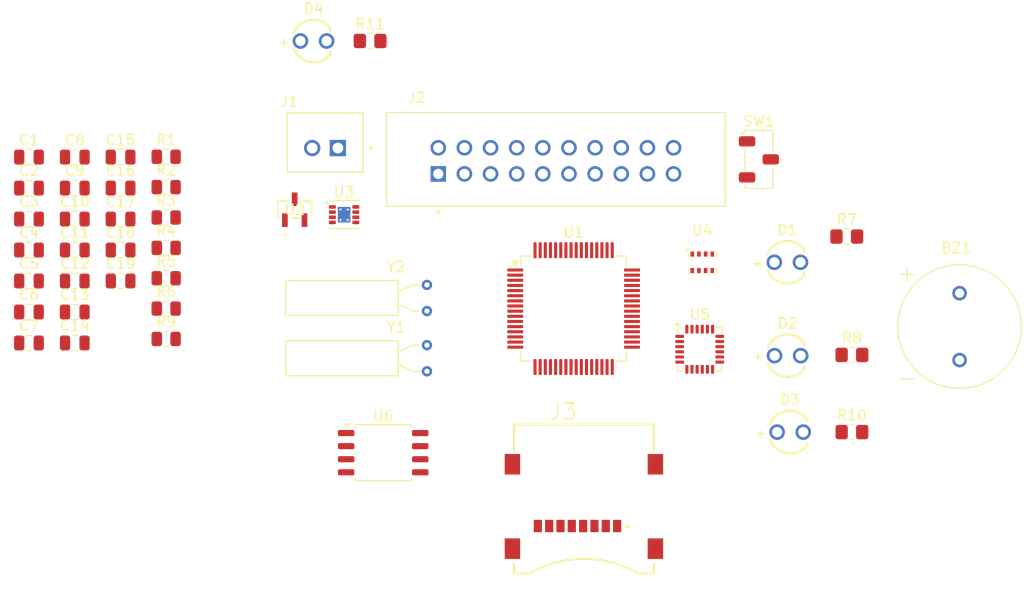
<source format=kicad_pcb>
(kicad_pcb (version 20240108) (generator "pcbnew") (generator_version "8.0")
  (layers (0 "F.Cu" signal) (31 "B.Cu" signal) (34 "B.Paste" user) (35 "F.Paste" user) (36 "B.SilkS" user "B.Silkscreen") (37 "F.SilkS" user "F.Silkscreen") (38 "B.Mask" user) (39 "F.Mask" user) (44 "Edge.Cuts" user))
  (net 0 "")
  (net 1 "Net-(U1-PH0)")
  (net 2 "GND")
  (net 3 "Net-(U1-PH1)")
  (net 4 "Net-(U1-PC14)")
  (net 5 "Net-(U1-PC15)")
  (net 6 "+3V3")
  (net 7 "Net-(U1-VCAP1)")
  (net 8 "VBUS")
  (net 9 "Net-(U3-CC)")
  (net 10 "Net-(U5-CPOUT)")
  (net 11 "Net-(U5-REGOUT)")
  (net 12 "JTDO_SWO")
  (net 13 "JTDI")
  (net 14 "Net-(J2-Pad19)")
  (net 15 "NRST")
  (net 16 "JTCK_SWCLK")
  (net 17 "Net-(J2-Pad17)")
  (net 18 "JTMS_SWDIO")
  (net 19 "Net-(J2-Pad11)")
  (net 20 "JTRST")
  (net 25 "SP1_SCK")
  (net 26 "SP1_MISO")
  (net 29 "CS_SD")
  (net 30 "SP1_MOSI")
  (net 31 "Net-(SW1-B)")
  (net 32 "Net-(U1-BOOT0)")
  (net 33 "+3.3V")
  (net 34 "PB7")
  (net 35 "PB6")
  (net 36 "Net-(U3-~{FAULT})")
  (net 38 "CS_FLASH")
  (net 41 "LED3")
  (net 43 "Net-(D1-A)")
  (net 48 "LED2")
  (net 51 "Net-(D2-A)")
  (net 60 "LED1")
  (net 66 "Net-(D3-A)")
  (net 81 "VDD")
  (net 101 "Net-(D4-A)")
  (net 102 "BUZZ")
  (footprint "Capacitor_SMD:C_0805_2012Metric" (layer "F.Cu") (at 178.0325 64.3)
    (property "Reference" "C10" (at 0 -1.68 0) (layer "F.SilkS"))
    (property "Value" "10nF")
    (pad "1" smd roundrect (at -0.95 0) (size 1 1.45) (layers "F.Cu" "F.Paste" "F.Mask") (net 2 "GND"))
    (pad "2" smd roundrect (at 0.95 0) (size 1 1.45) (layers "F.Cu" "F.Paste" "F.Mask") (net 6 "+3V3"))
  )
  (footprint "Resistor_SMD:R_0805_2012Metric" (layer "F.Cu") (at 186.9125 61.2)
    (property "Reference" "R2" (at 0 -1.65 0) (layer "F.SilkS"))
    (property "Value" "10K")
    (pad "1" smd roundrect (at -0.9125 0) (size 1.025 1.4) (layers "F.Cu" "F.Paste" "F.Mask") (roundrect_rratio 0.243902) (net 34 "PB7"))
    (pad "2" smd roundrect (at 0.9125 0) (size 1.025 1.4) (layers "F.Cu" "F.Paste" "F.Mask") (roundrect_rratio 0.243902) (net 33 "+3.3V"))
  )
  (footprint "Capacitor_SMD:C_0805_2012Metric" (layer "F.Cu") (at 182.4825 70.32)
    (property "Reference" "C19" (at 0 -1.68 0) (layer "F.SilkS"))
    (property "Value" "0.1uF")
    (pad "1" smd roundrect (at -0.95 0) (size 1 1.45) (layers "F.Cu" "F.Paste" "F.Mask") (net 11 "Net-(U5-REGOUT)"))
    (pad "2" smd roundrect (at 0.95 0) (size 1 1.45) (layers "F.Cu" "F.Paste" "F.Mask") (net 2 "GND"))
  )
  (footprint "Capacitor_SMD:C_0805_2012Metric" (layer "F.Cu") (at 173.5825 67.31)
    (property "Reference" "C4" (at 0 -1.68 0) (layer "F.SilkS"))
    (property "Value" "1.5pF")
    (pad "1" smd roundrect (at -0.95 0) (size 1 1.45) (layers "F.Cu" "F.Paste" "F.Mask") (net 2 "GND"))
    (pad "2" smd roundrect (at 0.95 0) (size 1 1.45) (layers "F.Cu" "F.Paste" "F.Mask") (net 5 "Net-(U1-PC15)"))
  )
  (footprint "151031VS06000:WL-TMRC_3MM" (layer "F.Cu") (at 201.23 47)
    (property "Reference" "D4" (at 0 -3.135 0) (layer "F.SilkS"))
    (property "Value" "LED")
    (fp_text user "+" (at -2.9 0.1 0) (layer "F.SilkS") (effects (font (size 0.8 0.8))))
    (pad "1" thru_hole circle (at -1.27 0) (size 1.508 1.508) (drill 1) (layers "*.Cu" "*.Mask") (net 2 "GND"))
    (pad "2" thru_hole circle (at 1.27 0) (size 1.508 1.508) (drill 1) (layers "*.Cu" "*.Mask") (net 101 "Net-(D4-A)"))
  )
  (footprint "Resistor_SMD:R_0805_2012Metric_Pad1.20x1.40mm_HandSolder" (layer "F.Cu") (at 253.54 77.5)
    (property "Reference" "R8" (at 0 -1.65 0) (layer "F.SilkS"))
    (property "Value" "100Ω")
    (pad "1" smd roundrect (at -1 0) (size 1.2 1.4) (layers "F.Cu" "F.Paste" "F.Mask") (roundrect_rratio 0.208333) (net 2 "GND"))
    (pad "2" smd roundrect (at 1 0) (size 1.2 1.4) (layers "F.Cu" "F.Paste" "F.Mask") (roundrect_rratio 0.208333) (net 51 "Net-(D2-A)"))
  )
  (footprint "Capacitor_SMD:C_0805_2012Metric" (layer "F.Cu") (at 178.0325 73.33)
    (property "Reference" "C13" (at 0 -1.68 0) (layer "F.SilkS"))
    (property "Value" "2.2uF")
    (pad "1" smd roundrect (at -0.95 0) (size 1 1.45) (layers "F.Cu" "F.Paste" "F.Mask") (net 6 "+3V3"))
    (pad "2" smd roundrect (at 0.95 0) (size 1 1.45) (layers "F.Cu" "F.Paste" "F.Mask") (net 2 "GND"))
  )
  (footprint "Sensor_Motion:InvenSense_QFN-24_4x4mm_P0.5mm" (layer "F.Cu") (at 238.75 76.95)
    (property "Reference" "U5" (at 0 -3.375 0) (layer "F.SilkS"))
    (property "Value" "MPU-6050")
    (pad "1" smd roundrect (at -1.95 -1.25) (size 0.85 0.3) (layers "F.Cu" "F.Paste" "F.Mask"))
    (pad "2" smd roundrect (at -1.95 -0.75) (size 0.85 0.3) (layers "F.Cu" "F.Paste" "F.Mask"))
    (pad "3" smd roundrect (at -1.95 -0.25) (size 0.85 0.3) (layers "F.Cu" "F.Paste" "F.Mask"))
    (pad "4" smd roundrect (at -1.95 0.25) (size 0.85 0.3) (layers "F.Cu" "F.Paste" "F.Mask"))
    (pad "5" smd roundrect (at -1.95 0.75) (size 0.85 0.3) (layers "F.Cu" "F.Paste" "F.Mask"))
    (pad "6" smd roundrect (at -1.95 1.25) (size 0.85 0.3) (layers "F.Cu" "F.Paste" "F.Mask"))
    (pad "7" smd roundrect (at -1.25 1.95 90) (size 0.85 0.3) (layers "F.Cu" "F.Paste" "F.Mask"))
    (pad "8" smd roundrect (at -0.75 1.95 90) (size 0.85 0.3) (layers "F.Cu" "F.Paste" "F.Mask") (net 6 "+3V3"))
    (pad "9" smd roundrect (at -0.25 1.95 90) (size 0.85 0.3) (layers "F.Cu" "F.Paste" "F.Mask"))
    (pad "10" smd roundrect (at 0.25 1.95 90) (size 0.85 0.3) (layers "F.Cu" "F.Paste" "F.Mask") (net 11 "Net-(U5-REGOUT)"))
    (pad "11" smd roundrect (at 0.75 1.95 90) (size 0.85 0.3) (layers "F.Cu" "F.Paste" "F.Mask"))
    (pad "12" smd roundrect (at 1.25 1.95 90) (size 0.85 0.3) (layers "F.Cu" "F.Paste" "F.Mask"))
    (pad "13" smd roundrect (at 1.95 1.25) (size 0.85 0.3) (layers "F.Cu" "F.Paste" "F.Mask") (net 6 "+3V3"))
    (pad "14" smd roundrect (at 1.95 0.75) (size 0.85 0.3) (layers "F.Cu" "F.Paste" "F.Mask"))
    (pad "15" smd roundrect (at 1.95 0.25) (size 0.85 0.3) (layers "F.Cu" "F.Paste" "F.Mask"))
    (pad "16" smd roundrect (at 1.95 -0.25) (size 0.85 0.3) (layers "F.Cu" "F.Paste" "F.Mask"))
    (pad "17" smd roundrect (at 1.95 -0.75) (size 0.85 0.3) (layers "F.Cu" "F.Paste" "F.Mask"))
    (pad "18" smd roundrect (at 1.95 -1.25) (size 0.85 0.3) (layers "F.Cu" "F.Paste" "F.Mask") (net 2 "GND"))
    (pad "19" smd roundrect (at 1.25 -1.95 90) (size 0.85 0.3) (layers "F.Cu" "F.Paste" "F.Mask"))
    (pad "20" smd roundrect (at 0.75 -1.95 90) (size 0.85 0.3) (layers "F.Cu" "F.Paste" "F.Mask") (net 10 "Net-(U5-CPOUT)"))
    (pad "21" smd roundrect (at 0.25 -1.95 90) (size 0.85 0.3) (layers "F.Cu" "F.Paste" "F.Mask"))
    (pad "22" smd roundrect (at -0.25 -1.95 90) (size 0.85 0.3) (layers "F.Cu" "F.Paste" "F.Mask"))
    (pad "23" smd roundrect (at -0.75 -1.95 90) (size 0.85 0.3) (layers "F.Cu" "F.Paste" "F.Mask") (net 35 "PB6"))
    (pad "24" smd roundrect (at -1.25 -1.95 90) (size 0.85 0.3) (layers "F.Cu" "F.Paste" "F.Mask") (net 34 "PB7"))
  )
  (footprint "Resistor_SMD:R_0805_2012Metric_Pad1.20x1.40mm_HandSolder" (layer "F.Cu") (at 253.04 66)
    (property "Reference" "R7" (at 0 -1.65 0) (layer "F.SilkS"))
    (property "Value" "100Ω")
    (pad "1" smd roundrect (at -1 0) (size 1.2 1.4) (layers "F.Cu" "F.Paste" "F.Mask") (roundrect_rratio 0.208333) (net 2 "GND"))
    (pad "2" smd roundrect (at 1 0) (size 1.2 1.4) (layers "F.Cu" "F.Paste" "F.Mask") (roundrect_rratio 0.208333) (net 43 "Net-(D1-A)"))
  )
  (footprint "Resistor_SMD:R_0805_2012Metric_Pad1.20x1.40mm_HandSolder" (layer "F.Cu") (at 206.73 47)
    (property "Reference" "R11" (at 0 -1.65 0) (layer "F.SilkS"))
    (property "Value" "100Ω")
    (pad "1" smd roundrect (at -1 0) (size 1.2 1.4) (layers "F.Cu" "F.Paste" "F.Mask") (roundrect_rratio 0.208333) (net 6 "+3V3"))
    (pad "2" smd roundrect (at 1 0) (size 1.2 1.4) (layers "F.Cu" "F.Paste" "F.Mask") (roundrect_rratio 0.208333) (net 101 "Net-(D4-A)"))
  )
  (footprint "Crystal:Crystal_AT310_D3.0mm_L10.0mm_Horizontal" (layer "F.Cu") (at 212.25 70.7 -90)
    (property "Reference" "Y2" (at -1.75 3 0) (layer "F.SilkS"))
    (property "Value" "32 Khz")
    (pad "1" thru_hole circle (at 0 0 270) (size 1 1) (drill 0.5) (layers "*.Cu" "*.Mask") (net 5 "Net-(U1-PC15)"))
    (pad "2" thru_hole circle (at 2.54 0 270) (size 1 1) (drill 0.5) (layers "*.Cu" "*.Mask") (net 4 "Net-(U1-PC14)"))
  )
  (footprint "Resistor_SMD:R_0805_2012Metric" (layer "F.Cu") (at 186.9125 64.15)
    (property "Reference" "R3" (at 0 -1.65 0) (layer "F.SilkS"))
    (property "Value" "10k")
    (pad "1" smd roundrect (at -0.9125 0) (size 1.025 1.4) (layers "F.Cu" "F.Paste" "F.Mask") (roundrect_rratio 0.243902) (net 35 "PB6"))
    (pad "2" smd roundrect (at 0.9125 0) (size 1.025 1.4) (layers "F.Cu" "F.Paste" "F.Mask") (roundrect_rratio 0.243902) (net 33 "+3.3V"))
  )
  (footprint "Capacitor_SMD:C_0805_2012Metric" (layer "F.Cu") (at 173.5825 61.29)
    (property "Reference" "C2" (at 0 -1.68 0) (layer "F.SilkS"))
    (property "Value" "20pF")
    (pad "1" smd roundrect (at -0.95 0) (size 1 1.45) (layers "F.Cu" "F.Paste" "F.Mask") (net 2 "GND"))
    (pad "2" smd roundrect (at 0.95 0) (size 1 1.45) (layers "F.Cu" "F.Paste" "F.Mask") (net 3 "Net-(U1-PH1)"))
  )
  (footprint "Capacitor_SMD:C_0805_2012Metric" (layer "F.Cu") (at 173.5825 58.28)
    (property "Reference" "C1" (at 0 -1.68 0) (layer "F.SilkS"))
    (property "Value" "20pF")
    (pad "1" smd roundrect (at -0.95 0) (size 1 1.45) (layers "F.Cu" "F.Paste" "F.Mask") (net 2 "GND"))
    (pad "2" smd roundrect (at 0.95 0) (size 1 1.45) (layers "F.Cu" "F.Paste" "F.Mask") (net 1 "Net-(U1-PH0)"))
  )
  (footprint "AT_1224_TWT_5V_2_R:XDCR_AT-1224-TWT-5V-2-R" (layer "F.Cu") (at 264 74.75)
    (property "Reference" "BZ1" (at -0.325 -7.635 0) (layer "F.SilkS"))
    (property "Value" "Buzzer")
    (pad "N" thru_hole circle (at 0 3.25) (size 1.408 1.408) (drill 0.9) (layers "*.Cu" "*.Mask"))
    (pad "P" thru_hole circle (at 0 -3.25) (size 1.408 1.408) (drill 0.9) (layers "*.Cu" "*.Mask"))
  )
  (footprint "Capacitor_SMD:C_0805_2012Metric" (layer "F.Cu") (at 182.4825 61.29)
    (property "Reference" "C16" (at 0 -1.68 0) (layer "F.SilkS"))
    (property "Value" "0.1uF")
    (pad "1" smd roundrect (at -0.95 0) (size 1 1.45) (layers "F.Cu" "F.Paste" "F.Mask") (net 6 "+3V3"))
    (pad "2" smd roundrect (at 0.95 0) (size 1 1.45) (layers "F.Cu" "F.Paste" "F.Mask") (net 2 "GND"))
  )
  (footprint "MEM2067_02_180_00_A:GCT_MEM2067-02-180-00-A_REVB" (layer "F.Cu") (at 227.5 91.5)
    (property "Reference" "J3" (at -2.02289 -8.47815 0) (layer "F.SilkS") (effects (font (size 1.602299 1.602299))))
    (property "Value" "MEM2067-02-180-00-A_REVB")
    (pad "1" smd rect (at 3.225 2.625) (size 0.8 1.2) (layers "F.Cu" "F.Paste" "F.Mask"))
    (pad "2" smd rect (at 2.125 2.625) (size 0.8 1.2) (layers "F.Cu" "F.Paste" "F.Mask") (net 29 "CS_SD"))
    (pad "3" smd rect (at 1.025 2.625) (size 0.8 1.2) (layers "F.Cu" "F.Paste" "F.Mask") (net 26 "SP1_MISO"))
    (pad "4" smd rect (at -0.075 2.625) (size 0.8 1.2) (layers "F.Cu" "F.Paste" "F.Mask") (net 6 "+3V3"))
    (pad "5" smd rect (at -1.175 2.625) (size 0.8 1.2) (layers "F.Cu" "F.Paste" "F.Mask") (net 25 "SP1_SCK"))
    (pad "6" smd rect (at -2.275 2.625) (size 0.8 1.2) (layers "F.Cu" "F.Paste" "F.Mask") (net 2 "GND"))
    (pad "7" smd rect (at -3.375 2.625) (size 0.8 1.2) (layers "F.Cu" "F.Paste" "F.Mask") (net 30 "SP1_MOSI"))
    (pad "8" smd rect (at -4.475 2.625) (size 0.8 1.2) (layers "F.Cu" "F.Paste" "F.Mask"))
    (pad "9" smd rect (at -6.945 4.825) (size 1.5 2) (layers "F.Cu" "F.Paste" "F.Mask"))
    (pad "10" smd rect (at -6.945 -3.375) (size 1.5 2) (layers "F.Cu" "F.Paste" "F.Mask"))
    (pad "11" smd rect (at 6.945 -3.375) (size 1.5 2) (layers "F.Cu" "F.Paste" "F.Mask"))
    (pad "12" smd rect (at 6.945 4.825) (size 1.5 2) (layers "F.Cu" "F.Paste" "F.Mask"))
  )
  (footprint "Crystal:Crystal_AT310_D3.0mm_L10.0mm_Horizontal" (layer "F.Cu") (at 212.25 76.55 -90)
    (property "Reference" "Y1" (at -1.75 3 0) (layer "F.SilkS"))
    (property "Value" "25 Mhz")
    (pad "1" thru_hole circle (at 0 0 270) (size 1 1) (drill 0.5) (layers "*.Cu" "*.Mask") (net 3 "Net-(U1-PH1)"))
    (pad "2" thru_hole circle (at 2.54 0 270) (size 1 1) (drill 0.5) (layers "*.Cu" "*.Mask") (net 1 "Net-(U1-PH0)"))
  )
  (footprint "Package_LGA:Bosch_LGA-8_2x2.5mm_P0.65mm_ClockwisePinNumbering" (layer "F.Cu") (at 239 68.5)
    (property "Reference" "U4" (at 0 -3.1 0) (layer "F.SilkS"))
    (property "Value" "BMP280")
    (pad "1" smd rect (at -0.975 -0.8 90) (size 0.5 0.35) (layers "F.Cu" "F.Paste" "F.Mask") (net 2 "GND"))
    (pad "2" smd rect (at -0.325 -0.8 90) (size 0.5 0.35) (layers "F.Cu" "F.Paste" "F.Mask") (net 81 "VDD"))
    (pad "3" smd rect (at 0.325 -0.8 90) (size 0.5 0.35) (layers "F.Cu" "F.Paste" "F.Mask") (net 34 "PB7"))
    (pad "4" smd rect (at 0.975 -0.8 90) (size 0.5 0.35) (layers "F.Cu" "F.Paste" "F.Mask") (net 35 "PB6"))
    (pad "5" smd rect (at 0.975 0.8 90) (size 0.5 0.35) (layers "F.Cu" "F.Paste" "F.Mask") (net 2 "GND"))
    (pad "6" smd rect (at 0.325 0.8 90) (size 0.5 0.35) (layers "F.Cu" "F.Paste" "F.Mask") (net 6 "+3V3"))
    (pad "7" smd rect (at -0.325 0.8 90) (size 0.5 0.35) (layers "F.Cu" "F.Paste" "F.Mask") (net 2 "GND"))
    (pad "8" smd rect (at -0.975 0.8 90) (size 0.5 0.35) (layers "F.Cu" "F.Paste" "F.Mask") (net 6 "+3V3"))
  )
  (footprint "Capacitor_SMD:C_0805_2012Metric" (layer "F.Cu") (at 173.5825 76.34)
    (property "Reference" "C7" (at 0 -1.68 0) (layer "F.SilkS"))
    (property "Value" "100 nF")
    (pad "1" smd roundrect (at -0.95 0) (size 1 1.45) (layers "F.Cu" "F.Paste" "F.Mask") (net 2 "GND"))
    (pad "2" smd roundrect (at 0.95 0) (size 1 1.45) (layers "F.Cu" "F.Paste" "F.Mask") (net 6 "+3V3"))
  )
  (footprint "Button_Switch_SMD:Nidec_Copal_CAS-120A" (layer "F.Cu") (at 244.5 58.5)
    (property "Reference" "SW1" (at 0 -3.7 0) (layer "F.SilkS"))
    (property "Value" "SW_Nidec_CAS-120A1")
    (pad "1" smd roundrect (at -1.15 -1.75 270) (size 1 1.6) (layers "F.Cu" "F.Paste" "F.Mask") (net 33 "+3.3V"))
    (pad "2" smd roundrect (at 1.15 0 270) (size 1 1.6) (layers "F.Cu" "F.Paste" "F.Mask") (net 31 "Net-(SW1-B)"))
    (pad "3" smd roundrect (at -1.15 1.75 270) (size 1 1.6) (layers "F.Cu" "F.Paste" "F.Mask") (net 2 "GND"))
  )
  (footprint "Package_SON:WSON-8-1EP_3x2.5mm_P0.5mm_EP1.2x1.5mm_PullBack_ThermalVias" (layer "F.Cu") (at 204.2 63.875)
    (property "Reference" "U3" (at 0 -2.2 0) (layer "F.SilkS"))
    (property "Value" "LP3982ILD-3.3")
    (pad "1" smd roundrect (at -1.1375 -0.75) (size 0.675 0.35) (layers "F.Cu" "F.Paste" "F.Mask") (net 6 "+3V3"))
    (pad "2" smd roundrect (at -1.1375 -0.25) (size 0.675 0.35) (layers "F.Cu" "F.Paste" "F.Mask") (net 8 "VBUS"))
    (pad "3" smd roundrect (at -1.1375 0.25) (size 0.675 0.35) (layers "F.Cu" "F.Paste" "F.Mask") (net 2 "GND"))
    (pad "4" smd roundrect (at -1.1375 0.75) (size 0.675 0.35) (layers "F.Cu" "F.Paste" "F.Mask") (net 6 "+3V3"))
    (pad "5" smd roundrect (at 1.1375 0.75) (size 0.675 0.35) (layers "F.Cu" "F.Paste" "F.Mask"))
    (pad "6" smd roundrect (at 1.1375 0.25) (size 0.675 0.35) (layers "F.Cu" "F.Paste" "F.Mask") (net 9 "Net-(U3-CC)"))
    (pad "7" smd roundrect (at 1.1375 -0.25) (size 0.675 0.35) (layers "F.Cu" "F.Paste" "F.Mask") (net 8 "VBUS"))
    (pad "8" smd roundrect (at 1.1375 -0.75) (size 0.675 0.35) (layers "F.Cu" "F.Paste" "F.Mask") (net 36 "Net-(U3-~{FAULT})"))
    (pad "9" thru_hole circle (at -0.35 -0.5) (size 0.5 0.5) (drill 0.2) (property pad_prop_heatsink) (layers "*.Cu"))
    (pad "9" thru_hole circle (at -0.35 0.5) (size 0.5 0.5) (drill 0.2) (property pad_prop_heatsink) (layers "*.Cu"))
    (pad "9" smd rect (at 0 0) (size 1.2 1.5) (property pad_prop_heatsink) (layers "F.Cu" "F.Mask"))
    (pad "9" smd rect (at 0 0) (size 1.2 1.5) (property pad_prop_heatsink) (layers "B.Cu"))
    (pad "9" thru_hole circle (at 0.35 -0.5) (size 0.5 0.5) (drill 0.2) (property pad_prop_heatsink) (layers "*.Cu"))
    (pad "9" thru_hole circle (at 0.35 0.5) (size 0.5 0.5) (drill 0.2) (property pad_prop_heatsink) (layers "*.Cu"))
  )
  (footprint "SBH11_PBPC_D10_ST_BK:SULLINS_SBH11-PBPC-D10-ST-BK" (layer "F.Cu") (at 224.78 58.645)
    (property "Reference" "J2" (at -13.525 -6.135 0) (layer "F.SilkS"))
    (property "Value" "SBH11-PBPC-D10-ST-BK")
    (pad "1" thru_hole rect (at -11.43 1.27) (size 1.508 1.508) (drill 1) (layers "*.Cu" "*.Mask") (net 6 "+3V3"))
    (pad "2" thru_hole circle (at -11.43 -1.27) (size 1.508 1.508) (drill 1) (layers "*.Cu" "*.Mask") (net 6 "+3V3"))
    (pad "3" thru_hole circle (at -8.89 1.27) (size 1.508 1.508) (drill 1) (layers "*.Cu" "*.Mask") (net 20 "JTRST"))
    (pad "4" thru_hole circle (at -8.89 -1.27) (size 1.508 1.508) (drill 1) (layers "*.Cu" "*.Mask") (net 2 "GND"))
    (pad "5" thru_hole circle (at -6.35 1.27) (size 1.508 1.508) (drill 1) (layers "*.Cu" "*.Mask") (net 13 "JTDI"))
    (pad "6" thru_hole circle (at -6.35 -1.27) (size 1.508 1.508) (drill 1) (layers "*.Cu" "*.Mask") (net 2 "GND"))
    (pad "7" thru_hole circle (at -3.81 1.27) (size 1.508 1.508) (drill 1) (layers "*.Cu" "*.Mask") (net 18 "JTMS_SWDIO"))
    (pad "8" thru_hole circle (at -3.81 -1.27) (size 1.508 1.508) (drill 1) (layers "*.Cu" "*.Mask") (net 2 "GND"))
    (pad "9" thru_hole circle (at -1.27 1.27) (size 1.508 1.508) (drill 1) (layers "*.Cu" "*.Mask") (net 16 "JTCK_SWCLK"))
    (pad "10" thru_hole circle (at -1.27 -1.27) (size 1.508 1.508) (drill 1) (layers "*.Cu" "*.Mask") (net 2 "GND"))
    (pad "11" thru_hole circle (at 1.27 1.27) (size 1.508 1.508) (drill 1) (layers "*.Cu" "*.Mask") (net 19 "Net-(J2-Pad11)"))
    (pad "12" thru_hole circle (at 1.27 -1.27) (size 1.508 1.508) (drill 1) (layers "*.Cu" "*.Mask") (net 2 "GND"))
    (pad "13" thru_hole circle (at 3.81 1.27) (size 1.508 1.508) (drill 1) (layers "*.Cu" "*.Mask") (net 12 "JTDO_SWO"))
    (pad "14" thru_hole circle (at 3.81 -1.27) (size 1.508 1.508) (drill 1) (layers "*.Cu" "*.Mask") (net 2 "GND"))
    (pad "15" thru_hole circle (at 6.35 1.27) (size 1.508 1.508) (drill 1) (layers "*.Cu" "*.Mask") (net 15 "NRST"))
    (pad "16" thru_hole circle (at 6.35 -1.27) (size 1.508 1.508) (drill 1) (layers "*.Cu" "*.Mask") (net 2 "GND"))
    (pad "17" thru_hole circle (at 8.89 1.27) (size 1.508 1.508) (drill 1) (layers "*.Cu" "*.Mask") (net 17 "Net-(J2-Pad17)"))
    (pad "18" thru_hole circle (at 8.89 -1.27) (size 1.508 1.508) (drill 1) (layers "*.Cu" "*.Mask") (net 2 "GND"))
    (pad "19" thru_hole circle (at 11.43 1.27) (size 1.508 1.508) (drill 1) (layers "*.Cu" "*.Mask") (net 14 "Net-(J2-Pad19)"))
    (pad "20" thru_hole circle (at 11.43 -1.27) (size 1.508 1.508) (drill 1) (layers "*.Cu" "*.Mask") (net 2 "GND"))
  )
  (footprint "151031VS06000:WL-TMRC_3MM" (layer "F.Cu") (at 247.27 68.5)
    (property "Reference" "D1" (at 0 -3.135 0) (layer "F.SilkS"))
    (property "Value" "LED")
    (fp_text user "+" (at -2.9 0.1 0) (layer "F.SilkS") (effects (font (size 0.8 0.8))))
    (pad "1" thru_hole circle (at -1.27 0) (size 1.508 1.508) (drill 1) (layers "*.Cu" "*.Mask") (net 41 "LED3"))
    (pad "2" thru_hole circle (at 1.27 0) (size 1.508 1.508) (drill 1) (layers "*.Cu" "*.Mask") (net 43 "Net-(D1-A)"))
  )
  (footprint "Capacitor_SMD:C_0805_2012Metric" (layer "F.Cu") (at 182.4825 64.3)
    (property "Reference" "C17" (at 0 -1.68 0) (layer "F.SilkS"))
    (property "Value" "100nf")
    (pad "1" smd roundrect (at -0.95 0) (size 1 1.45) (layers "F.Cu" "F.Paste" "F.Mask") (net 2 "GND"))
    (pad "2" smd roundrect (at 0.95 0) (size 1 1.45) (layers "F.Cu" "F.Paste" "F.Mask") (net 6 "+3V3"))
  )
  (footprint "Package_QFP:LQFP-64_10x10mm_P0.5mm" (layer "F.Cu") (at 226.5 73)
    (property "Reference" "U1" (at 0 -7.4 0) (layer "F.SilkS"))
    (property "Value" "STM32F401RETx")
    (pad "1" smd roundrect (at -5.675 -3.75) (size 1.55 0.3) (layers "F.Cu" "F.Paste" "F.Mask") (net 6 "+3V3"))
    (pad "2" smd roundrect (at -5.675 -3.25) (size 1.55 0.3) (layers "F.Cu" "F.Paste" "F.Mask"))
    (pad "3" smd roundrect (at -5.675 -2.75) (size 1.55 0.3) (layers "F.Cu" "F.Paste" "F.Mask") (net 4 "Net-(U1-PC14)"))
    (pad "4" smd roundrect (at -5.675 -2.25) (size 1.55 0.3) (layers "F.Cu" "F.Paste" "F.Mask") (net 5 "Net-(U1-PC15)"))
    (pad "5" smd roundrect (at -5.675 -1.75) (size 1.55 0.3) (layers "F.Cu" "F.Paste" "F.Mask") (net 1 "Net-(U1-PH0)"))
    (pad "6" smd roundrect (at -5.675 -1.25) (size 1.55 0.3) (layers "F.Cu" "F.Paste" "F.Mask") (net 3 "Net-(U1-PH1)"))
    (pad "7" smd roundrect (at -5.675 -0.75) (size 1.55 0.3) (layers "F.Cu" "F.Paste" "F.Mask") (net 15 "NRST"))
    (pad "8" smd roundrect (at -5.675 -0.25) (size 1.55 0.3) (layers "F.Cu" "F.Paste" "F.Mask") (net 29 "CS_SD"))
    (pad "9" smd roundrect (at -5.675 0.25) (size 1.55 0.3) (layers "F.Cu" "F.Paste" "F.Mask") (net 38 "CS_FLASH"))
    (pad "10" smd roundrect (at -5.675 0.75) (size 1.55 0.3) (layers "F.Cu" "F.Paste" "F.Mask") (net 60 "LED1"))
    (pad "11" smd roundrect (at -5.675 1.25) (size 1.55 0.3) (layers "F.Cu" "F.Paste" "F.Mask") (net 48 "LED2"))
    (pad "12" smd roundrect (at -5.675 1.75) (size 1.55 0.3) (layers "F.Cu" "F.Paste" "F.Mask") (net 2 "GND"))
    (pad "13" smd roundrect (at -5.675 2.25) (size 1.55 0.3) (layers "F.Cu" "F.Paste" "F.Mask"))
    (pad "14" smd roundrect (at -5.675 2.75) (size 1.55 0.3) (layers "F.Cu" "F.Paste" "F.Mask"))
    (pad "15" smd roundrect (at -5.675 3.25) (size 1.55 0.3) (layers "F.Cu" "F.Paste" "F.Mask"))
    (pad "16" smd roundrect (at -5.675 3.75) (size 1.55 0.3) (layers "F.Cu" "F.Paste" "F.Mask"))
    (pad "17" smd roundrect (at -3.75 5.675) (size 0.3 1.55) (layers "F.Cu" "F.Paste" "F.Mask"))
    (pad "18" smd roundrect (at -3.25 5.675) (size 0.3 1.55) (layers "F.Cu" "F.Paste" "F.Mask") (net 2 "GND"))
    (pad "19" smd roundrect (at -2.75 5.675) (size 0.3 1.55) (layers "F.Cu" "F.Paste" "F.Mask") (net 6 "+3V3"))
    (pad "20" smd roundrect (at -2.25 5.675) (size 0.3 1.55) (layers "F.Cu" "F.Paste" "F.Mask"))
    (pad "21" smd roundrect (at -1.75 5.675) (size 0.3 1.55) (layers "F.Cu" "F.Paste" "F.Mask") (net 25 "SP1_SCK"))
    (pad "22" smd roundrect (at -1.25 5.675) (size 0.3 1.55) (layers "F.Cu" "F.Paste" "F.Mask") (net 26 "SP1_MISO"))
    (pad "23" smd roundrect (at -0.75 5.675) (size 0.3 1.55) (layers "F.Cu" "F.Paste" "F.Mask") (net 30 "SP1_MOSI"))
    (pad "24" smd roundrect (at -0.25 5.675) (size 0.3 1.55) (layers "F.Cu" "F.Paste" "F.Mask") (net 41 "LED3"))
    (pad "25" smd roundrect (at 0.25 5.675) (size 0.3 1.55) (layers "F.Cu" "F.Paste" "F.Mask") (net 102 "BUZZ"))
    (pad "26" smd roundrect (at 0.75 5.675) (size 0.3 1.55) (layers "F.Cu" "F.Paste" "F.Mask"))
    (pad "27" smd roundrect (at 1.25 5.675) (size 0.3 1.55) (layers "F.Cu" "F.Paste" "F.Mask"))
    (pad "28" smd roundrect (at 1.75 5.675) (size 0.3 1.55) (layers "F.Cu" "F.Paste" "F.Mask"))
    (pad "29" smd roundrect (at 2.25 5.675) (size 0.3 1.55) (layers "F.Cu" "F.Paste" "F.Mask"))
    (pad "30" smd roundrect (at 2.75 5.675) (size 0.3 1.55) (layers "F.Cu" "F.Paste" "F.Mask") (net 7 "Net-(U1-VCAP1)"))
    (pad "31" smd roundrect (at 3.25 5.675) (size 0.3 1.55) (layers "F.Cu" "F.Paste" "F.Mask") (net 2 "GND"))
    (pad "32" smd roundrect (at 3.75 5.675) (size 0.3 1.55) (layers "F.Cu" "F.Paste" "F.Mask") (net 6 "+3V3"))
    (pad "33" smd roundrect (at 5.675 3.75) (size 1.55 0.3) (layers "F.Cu" "F.Paste" "F.Mask"))
    (pad "34" smd roundrect (at 5.675 3.25) (size 1.55 0.3) (layers "F.Cu" "F.Paste" "F.Mask"))
    (pad "35" smd roundrect (at 5.675 2.75) (size 1.55 0.3) (layers "F.Cu" "F.Paste" "F.Mask"))
    (pad "36" smd roundrect (at 5.675 2.25) (size 1.55 0.3) (layers "F.Cu" "F.Paste" "F.Mask"))
    (pad "37" smd roundrect (at 5.675 1.75) (size 1.55 0.3) (layers "F.Cu" "F.Paste" "F.Mask"))
    (pad "38" smd roundrect (at 5.675 1.25) (size 1.55 0.3) (layers "F.Cu" "F.Paste" "F.Mask"))
    (pad "39" smd roundrect (at 5.675 0.75) (size 1.55 0.3) (layers "F.Cu" "F.Paste" "F.Mask"))
    (pad "40" smd roundrect (at 5.675 0.25) (size 1.55 0.3) (layers "F.Cu" "F.Paste" "F.Mask"))
    (pad "41" smd roundrect (at 5.675 -0.25) (size 1.55 0.3) (layers "F.Cu" "F.Paste" "F.Mask"))
    (pad "42" smd roundrect (at 5.675 -0.75) (size 1.55 0.3) (layers "F.Cu" "F.Paste" "F.Mask"))
    (pad "43" smd roundrect (at 5.675 -1.25) (size 1.55 0.3) (layers "F.Cu" "F.Paste" "F.Mask"))
    (pad "44" smd roundrect (at 5.675 -1.75) (size 1.55 0.3) (layers "F.Cu" "F.Paste" "F.Mask"))
    (pad "45" smd roundrect (at 5.675 -2.25) (size 1.55 0.3) (layers "F.Cu" "F.Paste" "F.Mask"))
    (pad "46" smd roundrect (at 5.675 -2.75) (size 1.55 0.3) (layers "F.Cu" "F.Paste" "F.Mask") (net 18 "JTMS_SWDIO"))
    (pad "47" smd roundrect (at 5.675 -3.25) (size 1.55 0.3) (layers "F.Cu" "F.Paste" "F.Mask") (net 2 "GND"))
    (pad "48" smd roundrect (at 5.675 -3.75) (size 1.55 0.3) (layers "F.Cu" "F.Paste" "F.Mask") (net 6 "+3V3"))
    (pad "49" smd roundrect (at 3.75 -5.675) (size 0.3 1.55) (layers "F.Cu" "F.Paste" "F.Mask") (net 16 "JTCK_SWCLK"))
    (pad "50" smd roundrect (at 3.25 -5.675) (size 0.3 1.55) (layers "F.Cu" "F.Paste" "F.Mask") (net 13 "JTDI"))
    (pad "51" smd roundrect (at 2.75 -5.675) (size 0.3 1.55) (layers "F.Cu" "F.Paste" "F.Mask"))
    (pad "52" smd roundrect (at 2.25 -5.675) (size 0.3 1.55) (layers "F.Cu" "F.Paste" "F.Mask"))
    (pad "53" smd roundrect (at 1.75 -5.675) (size 0.3 1.55) (layers "F.Cu" "F.Paste" "F.Mask"))
    (pad "54" smd roundrect (at 1.25 -5.675) (size 0.3 1.55) (layers "F.Cu" "F.Paste" "F.Mask"))
    (pad "55" smd roundrect (at 0.75 -5.675) (size 0.3 1.55) (layers "F.Cu" "F.Paste" "F.Mask") (net 12 "JTDO_SWO"))
    (pad "56" smd roundrect (at 0.25 -5.675) (size 0.3 1.55) (layers "F.Cu" "F.Paste" "F.Mask") (net 20 "JTRST"))
    (pad "57" smd roundrect (at -0.25 -5.675) (size 0.3 1.55) (layers "F.Cu" "F.Paste" "F.Mask"))
    (pad "58" smd roundrect (at -0.75 -5.675) (size 0.3 1.55) (layers "F.Cu" "F.Paste" "F.Mask") (net 35 "PB6"))
    (pad "59" smd roundrect (at -1.25 -5.675) (size 0.3 1.55) (layers "F.Cu" "F.Paste" "F.Mask") (net 34 "PB7"))
    (pad "60" smd roundrect (at -1.75 -5.675) (size 0.3 1.55) (layers "F.Cu" "F.Paste" "F.Mask") (net 32 "Net-(U1-BOOT0)"))
    (pad "61" smd roundrect (at -2.25 -5.675) (size 0.3 1.55) (layers "F.Cu" "F.Paste" "F.Mask"))
    (pad "62" smd roundrect (at -2.75 -5.675) (size 0.3 1.55) (layers "F.Cu" "F.Paste" "F.Mask"))
    (pad "63" smd roundrect (at -3.25 -5.675) (size 0.3 1.55) (layers "F.Cu" "F.Paste" "F.Mask") (net 2 "GND"))
    (pad "64" smd roundrect (at -3.75 -5.675) (size 0.3 1.55) (layers "F.Cu" "F.Paste" "F.Mask") (net 6 "+3V3"))
  )
  (footprint "Capacitor_SMD:C_0805_2012Metric" (layer "F.Cu") (at 178.0325 58.28)
    (property "Reference" "C8" (at 0 -1.68 0) (layer "F.SilkS"))
    (property "Value" "100 nF")
    (pad "1" smd roundrect (at -0.95 0) (size 1 1.45) (layers "F.Cu" "F.Paste" "F.Mask") (net 2 "GND"))
    (pad "2" smd roundrect (at 0.95 0) (size 1 1.45) (layers "F.Cu" "F.Paste" "F.Mask") (net 6 "+3V3"))
  )
  (footprint "Capacitor_SMD:C_0805_2012Metric" (layer "F.Cu") (at 178.0325 61.29)
    (property "Reference" "C9" (at 0 -1.68 0) (layer "F.SilkS"))
    (property "Value" "100 nF")
    (pad "1" smd roundrect (at -0.95 0) (size 1 1.45) (layers "F.Cu" "F.Paste" "F.Mask") (net 2 "GND"))
    (pad "2" smd roundrect (at 0.95 0) (size 1 1.45) (layers "F.Cu" "F.Paste" "F.Mask") (net 6 "+3V3"))
  )
  (footprint "Capacitor_SMD:C_0805_2012Metric" (layer "F.Cu") (at 182.4825 58.28)
    (property "Reference" "C15" (at 0 -1.68 0) (layer "F.SilkS"))
    (property "Value" "100nf")
    (pad "1" smd roundrect (at -0.95 0) (size 1 1.45) (layers "F.Cu" "F.Paste" "F.Mask") (net 2 "GND"))
    (pad "2" smd roundrect (at 0.95 0) (size 1 1.45) (layers "F.Cu" "F.Paste" "F.Mask") (net 6 "+3V3"))
  )
  (footprint "Resistor_SMD:R_0805_2012Metric" (layer "F.Cu") (at 186.9125 58.25)
    (property "Reference" "R1" (at 0 -1.65 0) (layer "F.SilkS"))
    (property "Value" "10k")
    (pad "1" smd roundrect (at -0.9125 0) (size 1.025 1.4) (layers "F.Cu" "F.Paste" "F.Mask") (roundrect_rratio 0.243902) (net 31 "Net-(SW1-B)"))
    (pad "2" smd roundrect (at 0.9125 0) (size 1.025 1.4) (layers "F.Cu" "F.Paste" "F.Mask") (roundrect_rratio 0.243902) (net 32 "Net-(U1-BOOT0)"))
  )
  (footprint "Capacitor_SMD:C_0805_2012Metric" (layer "F.Cu") (at 173.5825 73.33)
    (property "Reference" "C6" (at 0 -1.68 0) (layer "F.SilkS"))
    (property "Value" "2.2uF")
    (pad "1" smd roundrect (at -0.95 0) (size 1 1.45) (layers "F.Cu" "F.Paste" "F.Mask") (net 2 "GND"))
    (pad "2" smd roundrect (at 0.95 0) (size 1 1.45) (layers "F.Cu" "F.Paste" "F.Mask") (net 7 "Net-(U1-VCAP1)"))
  )
  (footprint "151031VS06000:WL-TMRC_3MM" (layer "F.Cu") (at 247.29 77.575)
    (property "Reference" "D2" (at 0 -3.135 0) (layer "F.SilkS"))
    (property "Value" "LED")
    (fp_text user "+" (at -2.9 0.1 0) (layer "F.SilkS") (effects (font (size 0.8 0.8))))
    (pad "1" thru_hole circle (at -1.27 0) (size 1.508 1.508) (drill 1) (layers "*.Cu" "*.Mask") (net 48 "LED2"))
    (pad "2" thru_hole circle (at 1.27 0) (size 1.508 1.508) (drill 1) (layers "*.Cu" "*.Mask") (net 51 "Net-(D2-A)"))
  )
  (footprint "Resistor_SMD:R_0805_2012Metric" (layer "F.Cu") (at 186.9125 73)
    (property "Reference" "R6" (at 0 -1.65 0) (layer "F.SilkS"))
    (property "Value" "10K")
    (pad "1" smd roundrect (at -0.9125 0) (size 1.025 1.4) (layers "F.Cu" "F.Paste" "F.Mask") (roundrect_rratio 0.243902) (net 2 "GND"))
    (pad "2" smd roundrect (at 0.9125 0) (size 1.025 1.4) (layers "F.Cu" "F.Paste" "F.Mask") (roundrect_rratio 0.243902) (net 14 "Net-(J2-Pad19)"))
  )
  (footprint "Capacitor_SMD:C_0805_2012Metric" (layer "F.Cu") (at 173.5825 70.32)
    (property "Reference" "C5" (at 0 -1.68 0) (layer "F.SilkS"))
    (property "Value" "100 nF")
    (pad "1" smd roundrect (at -0.95 0) (size 1 1.45) (layers "F.Cu" "F.Paste" "F.Mask") (net 2 "GND"))
    (pad "2" smd roundrect (at 0.95 0) (size 1 1.45) (layers "F.Cu" "F.Paste" "F.Mask") (net 6 "+3V3"))
  )
  (footprint "B2B_XH_A:JST_B2B-XH-A" (layer "F.Cu") (at 202.35 56.875)
    (property "Reference" "J1" (at -3.5 -4 0) (layer "F.SilkS"))
    (property "Value" "B2B-XH-A")
    (pad "1" thru_hole rect (at 1.25 0.525) (size 1.575 1.575) (drill 1.05) (layers "*.Cu" "*.Mask") (net 2 "GND"))
    (pad "2" thru_hole circle (at -1.25 0.525) (size 1.575 1.575) (drill 1.05) (layers "*.Cu" "*.Mask") (net 8 "VBUS"))
  )
  (footprint "Capacitor_SMD:C_0805_2012Metric" (layer "F.Cu") (at 178.0325 70.32)
    (property "Reference" "C12" (at 0 -1.68 0) (layer "F.SilkS"))
    (property "Value" "33nF")
    (pad "1" smd roundrect (at -0.95 0) (size 1 1.45) (layers "F.Cu" "F.Paste" "F.Mask") (net 9 "Net-(U3-CC)"))
    (pad "2" smd roundrect (at 0.95 0) (size 1 1.45) (layers "F.Cu" "F.Paste" "F.Mask") (net 2 "GND"))
  )
  (footprint "Package_SO:SOIC-8_5.23x5.23mm_P1.27mm" (layer "F.Cu") (at 208 87)
    (property "Reference" "U6" (at 0 -3.56 0) (layer "F.SilkS"))
    (property "Value" "W25Q16JVSS")
    (pad "1" smd roundrect (at -3.6 -1.905) (size 1.6 0.6) (layers "F.Cu" "F.Paste" "F.Mask") (net 38 "CS_FLASH"))
    (pad "2" smd roundrect (at -3.6 -0.635) (size 1.6 0.6) (layers "F.Cu" "F.Paste" "F.Mask") (net 26 "SP1_MISO"))
    (pad "3" smd roundrect (at -3.6 0.635) (size 1.6 0.6) (layers "F.Cu" "F.Paste" "F.Mask"))
    (pad "4" smd roundrect (at -3.6 1.905) (size 1.6 0.6) (layers "F.Cu" "F.Paste" "F.Mask") (net 2 "GND"))
    (pad "5" smd roundrect (at 3.6 1.905) (size 1.6 0.6) (layers "F.Cu" "F.Paste" "F.Mask") (net 30 "SP1_MOSI"))
    (pad "6" smd roundrect (at 3.6 0.635) (size 1.6 0.6) (layers "F.Cu" "F.Paste" "F.Mask") (net 25 "SP1_SCK"))
    (pad "7" smd roundrect (at 3.6 -0.635) (size 1.6 0.6) (layers "F.Cu" "F.Paste" "F.Mask"))
    (pad "8" smd roundrect (at 3.6 -1.905) (size 1.6 0.6) (layers "F.Cu" "F.Paste" "F.Mask") (net 6 "+3V3"))
  )
  (footprint "Resistor_SMD:R_0805_2012Metric" (layer "F.Cu") (at 186.9125 70.05)
    (property "Reference" "R5" (at 0 -1.65 0) (layer "F.SilkS"))
    (property "Value" "10K")
    (pad "1" smd roundrect (at -0.9125 0) (size 1.025 1.4) (layers "F.Cu" "F.Paste" "F.Mask") (roundrect_rratio 0.243902) (net 2 "GND"))
    (pad "2" smd roundrect (at 0.9125 0) (size 1.025 1.4) (layers "F.Cu" "F.Paste" "F.Mask") (roundrect_rratio 0.243902) (net 17 "Net-(J2-Pad17)"))
  )
  (footprint "151031VS06000:WL-TMRC_3MM" (layer "F.Cu") (at 247.54 85)
    (property "Reference" "D3" (at 0 -3.135 0) (layer "F.SilkS"))
    (property "Value" "LED")
    (fp_text user "+" (at -2.9 0.1 0) (layer "F.SilkS") (effects (font (size 0.8 0.8))))
    (pad "1" thru_hole circle (at -1.27 0) (size 1.508 1.508) (drill 1) (layers "*.Cu" "*.Mask") (net 60 "LED1"))
    (pad "2" thru_hole circle (at 1.27 0) (size 1.508 1.508) (drill 1) (layers "*.Cu" "*.Mask") (net 66 "Net-(D3-A)"))
  )
  (footprint "Capacitor_SMD:C_0805_2012Metric" (layer "F.Cu") (at 173.5825 64.3)
    (property "Reference" "C3" (at 0 -1.68 0) (layer "F.SilkS"))
    (property "Value" "1.5pF")
    (pad "1" smd roundrect (at -0.95 0) (size 1 1.45) (layers "F.Cu" "F.Paste" "F.Mask") (net 2 "GND"))
    (pad "2" smd roundrect (at 0.95 0) (size 1 1.45) (layers "F.Cu" "F.Paste" "F.Mask") (net 4 "Net-(U1-PC14)"))
  )
  (footprint "Capacitor_SMD:C_0805_2012Metric" (layer "F.Cu") (at 178.0325 76.34)
    (property "Reference" "C14" (at 0 -1.68 0) (layer "F.SilkS"))
    (property "Value" "10nF")
    (pad "1" smd roundrect (at -0.95 0) (size 1 1.45) (layers "F.Cu" "F.Paste" "F.Mask") (net 2 "GND"))
    (pad "2" smd roundrect (at 0.95 0) (size 1 1.45) (layers "F.Cu" "F.Paste" "F.Mask") (net 6 "+3V3"))
  )
  (footprint "Resistor_SMD:R_0805_2012Metric" (layer "F.Cu") (at 186.9125 75.95)
    (property "Reference" "R9" (at 0 -1.65 0) (layer "F.SilkS"))
    (property "Value" "100k")
    (pad "1" smd roundrect (at -0.9125 0) (size 1.025 1.4) (layers "F.Cu" "F.Paste" "F.Mask") (roundrect_rratio 0.243902) (net 36 "Net-(U3-~{FAULT})"))
    (pad "2" smd roundrect (at 0.9125 0) (size 1.025 1.4) (layers "F.Cu" "F.Paste" "F.Mask") (roundrect_rratio 0.243902) (net 6 "+3V3"))
  )
  (footprint "Resistor_SMD:R_0805_2012Metric" (layer "F.Cu") (at 186.9125 67.1)
    (property "Reference" "R4" (at 0 -1.65 0) (layer "F.SilkS"))
    (property "Value" "10K")
    (pad "1" smd roundrect (at -0.9125 0) (size 1.025 1.4) (layers "F.Cu" "F.Paste" "F.Mask") (roundrect_rratio 0.243902) (net 2 "GND"))
    (pad "2" smd roundrect (at 0.9125 0) (size 1.025 1.4) (layers "F.Cu" "F.Paste" "F.Mask") (roundrect_rratio 0.243902) (net 19 "Net-(J2-Pad11)"))
  )
  (footprint "footprints:SOT-23-3_1P4X3P040_ONS" (layer "F.Cu") (at 199.3975 63.391)
    (property "Reference" "U2" (at 0 0 0) (layer "F.SilkS"))
    (property "Value" "BAT54LT1G")
    (pad "1" smd rect (at -0.9525 1.016) (size 0.5588 1.3208) (layers "F.Cu" "F.Paste" "F.Mask") (net 8 "VBUS"))
    (pad "2" smd rect (at 0.9525 1.016) (size 0.5588 1.3208) (layers "F.Cu" "F.Paste" "F.Mask"))
    (pad "3" smd rect (at 0 -1.016) (size 0.5588 1.3208) (layers "F.Cu" "F.Paste" "F.Mask") (net 8 "VBUS"))
  )
  (footprint "Capacitor_SMD:C_0805_2012Metric" (layer "F.Cu") (at 178.0325 67.31)
    (property "Reference" "C11" (at 0 -1.68 0) (layer "F.SilkS"))
    (property "Value" "2.2uF")
    (pad "1" smd roundrect (at -0.95 0) (size 1 1.45) (layers "F.Cu" "F.Paste" "F.Mask") (net 8 "VBUS"))
    (pad "2" smd roundrect (at 0.95 0) (size 1 1.45) (layers "F.Cu" "F.Paste" "F.Mask") (net 2 "GND"))
  )
  (footprint "Resistor_SMD:R_0805_2012Metric_Pad1.20x1.40mm_HandSolder" (layer "F.Cu") (at 253.54 85)
    (property "Reference" "R10" (at 0 -1.65 0) (layer "F.SilkS"))
    (property "Value" "100Ω")
    (pad "1" smd roundrect (at -1 0) (size 1.2 1.4) (layers "F.Cu" "F.Paste" "F.Mask") (roundrect_rratio 0.208333) (net 2 "GND"))
    (pad "2" smd roundrect (at 1 0) (size 1.2 1.4) (layers "F.Cu" "F.Paste" "F.Mask") (roundrect_rratio 0.208333) (net 66 "Net-(D3-A)"))
  )
  (footprint "Capacitor_SMD:C_0805_2012Metric" (layer "F.Cu") (at 182.4825 67.31)
    (property "Reference" "C18" (at 0 -1.68 0) (layer "F.SilkS"))
    (property "Value" "2.2nF")
    (pad "1" smd roundrect (at -0.95 0) (size 1 1.45) (layers "F.Cu" "F.Paste" "F.Mask") (net 2 "GND"))
    (pad "2" smd roundrect (at 0.95 0) (size 1 1.45) (layers "F.Cu" "F.Paste" "F.Mask") (net 10 "Net-(U5-CPOUT)"))
  )
)
</source>
